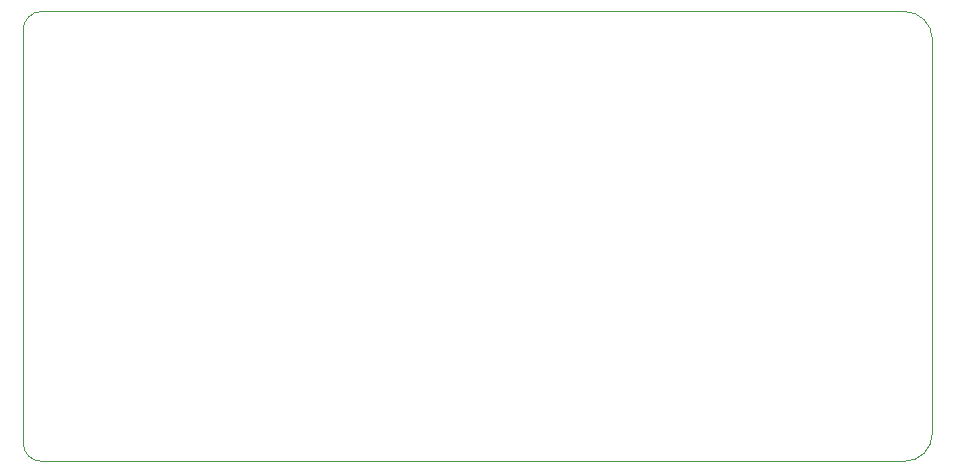
<source format=gm1>
G04 #@! TF.GenerationSoftware,KiCad,Pcbnew,(5.1.6)-1*
G04 #@! TF.CreationDate,2020-06-20T22:30:41-04:00*
G04 #@! TF.ProjectId,first-keep-pcb,66697273-742d-46b6-9565-702d7063622e,rev?*
G04 #@! TF.SameCoordinates,Original*
G04 #@! TF.FileFunction,Profile,NP*
%FSLAX46Y46*%
G04 Gerber Fmt 4.6, Leading zero omitted, Abs format (unit mm)*
G04 Created by KiCad (PCBNEW (5.1.6)-1) date 2020-06-20 22:30:41*
%MOMM*%
%LPD*%
G01*
G04 APERTURE LIST*
G04 #@! TA.AperFunction,Profile*
%ADD10C,0.050000*%
G04 #@! TD*
G04 APERTURE END LIST*
D10*
X77787500Y-96043750D02*
X77787500Y-93662500D01*
X81756250Y-97631250D02*
X79375000Y-97631250D01*
X79375000Y-97631250D02*
G75*
G02*
X77787500Y-96043750I0J1587500D01*
G01*
X152400000Y-97631250D02*
X81756250Y-97631250D01*
X77787500Y-61118750D02*
X77787500Y-93662500D01*
X77787500Y-61118750D02*
G75*
G02*
X79375000Y-59531250I1587500J0D01*
G01*
X154781250Y-61912500D02*
X154781250Y-95250000D01*
X152400000Y-59531250D02*
X79375000Y-59531250D01*
X154781250Y-95250000D02*
G75*
G02*
X152400000Y-97631250I-2381250J0D01*
G01*
X152400000Y-59531250D02*
G75*
G02*
X154781250Y-61912500I0J-2381250D01*
G01*
M02*

</source>
